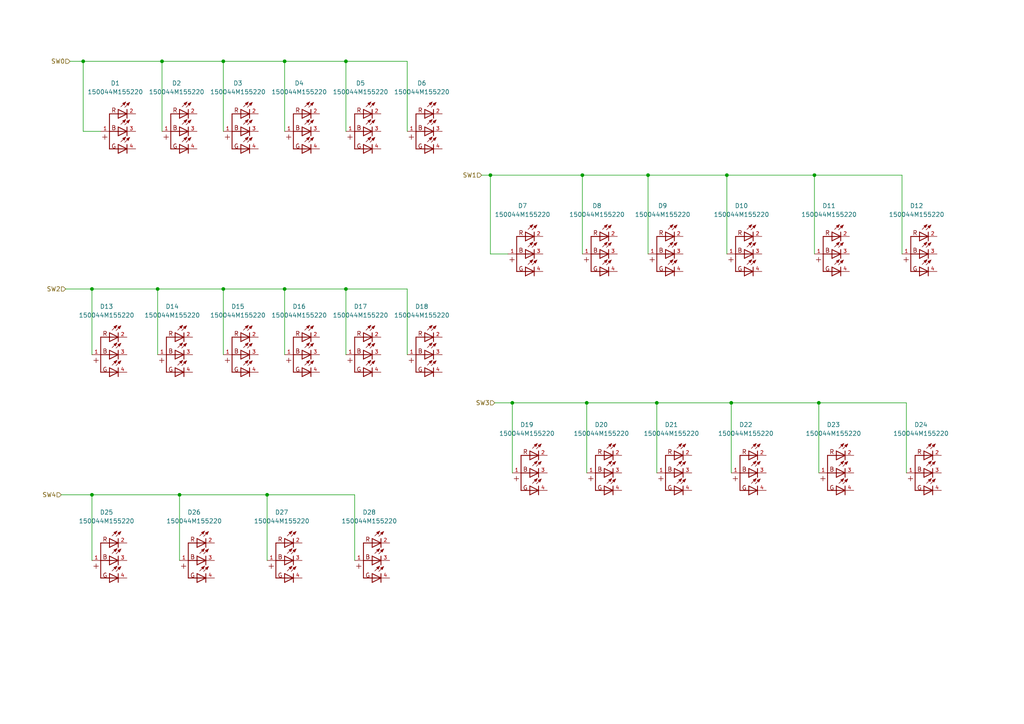
<source format=kicad_sch>
(kicad_sch (version 20231120) (generator "eeschema") (generator_version "8.0")
  (paper "A4")
  (lib_symbols
    (symbol "Hourglass_symbol_library:150044M155220" (pin_names (offset 1.016))
      (property "Reference" "D" (at 0 9.652 0))
      (property "Value" "150044M155220" (at 0 -8.128 0))
      (symbol "150044M155220_0_0"
        (polyline (pts (xy -2.54 -5.08) (xy -2.54 0)) (stroke (width 0.254)))
        (polyline (pts (xy -2.54 0) (xy -2.54 5.08)) (stroke (width 0.254)))
        (polyline (pts (xy -2.54 5.08) (xy 0 5.08)) (stroke (width 0.254)))
        (polyline (pts (xy 0 -6.35) (xy 0 -5.08)) (stroke (width 0.254)))
        (polyline (pts (xy 0 -6.35) (xy 2.54 -5.08)) (stroke (width 0.254)))
        (polyline (pts (xy 0 -5.08) (xy -2.54 -5.08)) (stroke (width 0.254)))
        (polyline (pts (xy 0 -5.08) (xy 0 -3.81)) (stroke (width 0.254)))
        (polyline (pts (xy 0 -1.27) (xy 0 0)) (stroke (width 0.254)))
        (polyline (pts (xy 0 -1.27) (xy 2.54 0)) (stroke (width 0.254)))
        (polyline (pts (xy 0 0) (xy -2.54 0)) (stroke (width 0.254)))
        (polyline (pts (xy 0 0) (xy 0 1.27)) (stroke (width 0.254)))
        (polyline (pts (xy 0 3.81) (xy 0 5.08)) (stroke (width 0.254)))
        (polyline (pts (xy 0 3.81) (xy 2.54 5.08)) (stroke (width 0.254)))
        (polyline (pts (xy 0 5.08) (xy 0 6.35)) (stroke (width 0.254)))
        (polyline (pts (xy 0.762 -3.048) (xy 2.159 -1.651)) (stroke (width 0.1524)))
        (polyline (pts (xy 0.762 2.032) (xy 2.159 3.429)) (stroke (width 0.1524)))
        (polyline (pts (xy 0.762 7.112) (xy 2.159 8.509)) (stroke (width 0.1524)))
        (polyline (pts (xy 1.905 -3.175) (xy 3.302 -1.778)) (stroke (width 0.1524)))
        (polyline (pts (xy 1.905 1.905) (xy 3.302 3.302)) (stroke (width 0.1524)))
        (polyline (pts (xy 1.905 6.985) (xy 3.302 8.382)) (stroke (width 0.1524)))
        (polyline (pts (xy 2.54 -6.35) (xy 2.54 -5.08)) (stroke (width 0.254)))
        (polyline (pts (xy 2.54 -5.08) (xy 0 -5.08)) (stroke (width 0.254)))
        (polyline (pts (xy 2.54 -5.08) (xy 0 -3.81)) (stroke (width 0.254)))
        (polyline (pts (xy 2.54 -5.08) (xy 2.54 -3.81)) (stroke (width 0.254)))
        (polyline (pts (xy 2.54 -1.27) (xy 2.54 0)) (stroke (width 0.254)))
        (polyline (pts (xy 2.54 0) (xy 0 0)) (stroke (width 0.254)))
        (polyline (pts (xy 2.54 0) (xy 0 1.27)) (stroke (width 0.254)))
        (polyline (pts (xy 2.54 0) (xy 2.54 1.27)) (stroke (width 0.254)))
        (polyline (pts (xy 2.54 3.81) (xy 2.54 5.08)) (stroke (width 0.254)))
        (polyline (pts (xy 2.54 5.08) (xy 0 5.08)) (stroke (width 0.254)))
        (polyline (pts (xy 2.54 5.08) (xy 0 6.35)) (stroke (width 0.254)))
        (polyline (pts (xy 2.54 5.08) (xy 2.54 6.35)) (stroke (width 0.254)))
        (polyline (pts (xy 2.159 -1.651) (xy 1.27 -2.032) (xy 1.778 -2.54) (xy 2.159 -1.651)) (stroke (width 0.1524)) (fill (type outline)))
        (polyline (pts (xy 2.159 3.429) (xy 1.27 3.048) (xy 1.778 2.54) (xy 2.159 3.429)) (stroke (width 0.1524)) (fill (type outline)))
        (polyline (pts (xy 2.159 8.509) (xy 1.27 8.128) (xy 1.778 7.62) (xy 2.159 8.509)) (stroke (width 0.1524)) (fill (type outline)))
        (polyline (pts (xy 3.302 -1.778) (xy 2.413 -2.159) (xy 2.921 -2.667) (xy 3.302 -1.778)) (stroke (width 0.1524)) (fill (type outline)))
        (polyline (pts (xy 3.302 3.302) (xy 2.413 2.921) (xy 2.921 2.413) (xy 3.302 3.302)) (stroke (width 0.1524)) (fill (type outline)))
        (polyline (pts (xy 3.302 8.382) (xy 2.413 8.001) (xy 2.921 7.493) (xy 3.302 8.382)) (stroke (width 0.1524)) (fill (type outline)))
        (text "+" (at -5.08 -1.524 0) (effects (font (size 1.778 1.778)) (justify left)))
        (text "B" (at -2.032 1.016 0) (effects (font (size 1.27 1.27)) (justify left)))
        (text "G" (at -2.032 -4.318 0) (effects (font (size 1.27 1.27)) (justify left)))
        (text "R" (at -2.032 6.096 0) (effects (font (size 1.27 1.27)) (justify left)))
        (pin passive line (at -5.08 0 0) (length 2.54) (name "~") (number "1"))
        (pin passive line (at 5.08 5.08 180) (length 2.54) (name "~") (number "2"))
        (pin passive line (at 5.08 0 180) (length 2.54) (name "~") (number "3"))
        (pin passive line (at 5.08 -5.08 180) (length 2.54) (name "~") (number "4"))
      )
    )
  )
  (junction (at 212.09 116.84))
  (junction (at 45.72 83.82))
  (junction (at 236.22 50.8))
  (junction (at 64.77 17.78))
  (junction (at 82.55 83.82))
  (junction (at 46.99 17.78))
  (junction (at 168.91 50.8))
  (junction (at 77.47 143.51))
  (junction (at 24.13 17.78))
  (junction (at 52.07 143.51))
  (junction (at 82.55 17.78))
  (junction (at 100.33 17.78))
  (junction (at 190.5 116.84))
  (junction (at 100.33 83.82))
  (junction (at 237.49 116.84))
  (junction (at 26.67 143.51))
  (junction (at 170.18 116.84))
  (junction (at 64.77 83.82))
  (junction (at 210.82 50.8))
  (junction (at 26.67 83.82))
  (junction (at 148.59 116.84))
  (junction (at 187.96 50.8))
  (junction (at 142.24 50.8))
  (wire (pts (xy 148.59 116.84) (xy 143.51 116.84)))
  (wire (pts (xy 118.11 38.1) (xy 118.11 17.78)))
  (wire (pts (xy 237.49 137.16) (xy 237.49 116.84)))
  (wire (pts (xy 212.09 137.16) (xy 212.09 116.84)))
  (wire (pts (xy 139.7 50.8) (xy 142.24 50.8)))
  (wire (pts (xy 168.91 50.8) (xy 142.24 50.8)))
  (wire (pts (xy 19.05 83.82) (xy 26.67 83.82)))
  (wire (pts (xy 64.77 17.78) (xy 46.99 17.78)))
  (wire (pts (xy 26.67 143.51) (xy 17.78 143.51)))
  (wire (pts (xy 64.77 83.82) (xy 45.72 83.82)))
  (wire (pts (xy 102.87 162.56) (xy 102.87 143.51)))
  (wire (pts (xy 118.11 83.82) (xy 100.33 83.82)))
  (wire (pts (xy 210.82 50.8) (xy 187.96 50.8)))
  (wire (pts (xy 148.59 116.84) (xy 148.59 137.16)))
  (wire (pts (xy 100.33 17.78) (xy 82.55 17.78)))
  (wire (pts (xy 102.87 143.51) (xy 77.47 143.51)))
  (wire (pts (xy 118.11 17.78) (xy 100.33 17.78)))
  (wire (pts (xy 118.11 102.87) (xy 118.11 83.82)))
  (wire (pts (xy 170.18 116.84) (xy 148.59 116.84)))
  (wire (pts (xy 45.72 102.87) (xy 45.72 83.82)))
  (wire (pts (xy 20.32 17.78) (xy 24.13 17.78)))
  (wire (pts (xy 24.13 38.1) (xy 29.21 38.1)))
  (wire (pts (xy 77.47 143.51) (xy 52.07 143.51)))
  (wire (pts (xy 261.62 50.8) (xy 236.22 50.8)))
  (wire (pts (xy 45.72 83.82) (xy 26.67 83.82)))
  (wire (pts (xy 212.09 116.84) (xy 190.5 116.84)))
  (wire (pts (xy 26.67 83.82) (xy 26.67 102.87)))
  (wire (pts (xy 64.77 102.87) (xy 64.77 83.82)))
  (wire (pts (xy 236.22 73.66) (xy 236.22 50.8)))
  (wire (pts (xy 210.82 73.66) (xy 210.82 50.8)))
  (wire (pts (xy 82.55 38.1) (xy 82.55 17.78)))
  (wire (pts (xy 187.96 50.8) (xy 168.91 50.8)))
  (wire (pts (xy 170.18 137.16) (xy 170.18 116.84)))
  (wire (pts (xy 24.13 17.78) (xy 46.99 17.78)))
  (wire (pts (xy 142.24 73.66) (xy 147.32 73.66)))
  (wire (pts (xy 100.33 102.87) (xy 100.33 83.82)))
  (wire (pts (xy 142.24 50.8) (xy 142.24 73.66)))
  (wire (pts (xy 52.07 143.51) (xy 26.67 143.51)))
  (wire (pts (xy 168.91 73.66) (xy 168.91 50.8)))
  (wire (pts (xy 24.13 38.1) (xy 24.13 17.78)))
  (wire (pts (xy 82.55 83.82) (xy 64.77 83.82)))
  (wire (pts (xy 46.99 38.1) (xy 46.99 17.78)))
  (wire (pts (xy 100.33 83.82) (xy 82.55 83.82)))
  (wire (pts (xy 52.07 162.56) (xy 52.07 143.51)))
  (wire (pts (xy 236.22 50.8) (xy 210.82 50.8)))
  (wire (pts (xy 237.49 116.84) (xy 212.09 116.84)))
  (wire (pts (xy 262.89 116.84) (xy 237.49 116.84)))
  (wire (pts (xy 261.62 73.66) (xy 261.62 50.8)))
  (wire (pts (xy 82.55 17.78) (xy 64.77 17.78)))
  (wire (pts (xy 190.5 116.84) (xy 170.18 116.84)))
  (wire (pts (xy 77.47 162.56) (xy 77.47 143.51)))
  (wire (pts (xy 100.33 38.1) (xy 100.33 17.78)))
  (wire (pts (xy 187.96 73.66) (xy 187.96 50.8)))
  (wire (pts (xy 82.55 102.87) (xy 82.55 83.82)))
  (wire (pts (xy 190.5 137.16) (xy 190.5 116.84)))
  (wire (pts (xy 262.89 137.16) (xy 262.89 116.84)))
  (wire (pts (xy 26.67 162.56) (xy 26.67 143.51)))
  (wire (pts (xy 64.77 38.1) (xy 64.77 17.78)))
  (hierarchical_label "SW4" (shape input) (at 17.78 143.51 180))
  (hierarchical_label "SW1" (shape input) (at 139.7 50.8 180))
  (hierarchical_label "SW0" (shape input) (at 20.32 17.78 180))
  (hierarchical_label "SW2" (shape input) (at 19.05 83.82 180))
  (hierarchical_label "SW3" (shape input) (at 143.51 116.84 180))
  (symbol (lib_id "Hourglass_symbol_library:150044M155220") (at 107.95 162.56 0) (unit 1)
    (property "Reference" "D28" (at 107.0991 148.59 0))
    (property "Value" "150044M155220" (at 107.0991 151.13 0))
    (property "Footprint" "Hourglass_footprint_library:150044M155220" (effects (hide yes)))
    (property "Description" "Multi-Color LEDs WL-SFCC 2/3V 120 deg Red, Green and Blue" (effects (hide yes)))
    (property "MF" "Wurth Elektronik" (effects (hide yes)))
    (property "Description_1" "SMT 0404 RGB Typ.(@5mA): 623/525/465 nm; 200/500/110 mcd; 2/3/3 V ; 120°" (effects (hide yes)))
    (property "Package" "None" (effects (hide yes)))
    (property "Price" "None" (effects (hide yes)))
    (property "SnapEDA_Link" "https://www.snapeda.com/parts/150044M155220/Wurth+Electronics/view-part/?ref=snap" (effects (hide yes)))
    (property "MP" "150044M155220" (effects (hide yes)))
    (property "Availability" "Not in stock" (effects (hide yes)))
    (property "Check_prices" "https://www.snapeda.com/parts/150044M155220/Wurth+Electronics/view-part/?ref=eda" (effects (hide yes)))
  )
  (symbol (lib_id "Hourglass_symbol_library:150044M155220") (at 242.57 137.16 0) (unit 1)
    (property "Reference" "D23" (at 241.7191 123.19 0))
    (property "Value" "150044M155220" (at 241.7191 125.73 0))
    (property "Footprint" "Hourglass_footprint_library:150044M155220" (effects (hide yes)))
    (property "Description" "Multi-Color LEDs WL-SFCC 2/3V 120 deg Red, Green and Blue" (effects (hide yes)))
    (property "MF" "Wurth Elektronik" (effects (hide yes)))
    (property "Description_1" "SMT 0404 RGB Typ.(@5mA): 623/525/465 nm; 200/500/110 mcd; 2/3/3 V ; 120°" (effects (hide yes)))
    (property "Package" "None" (effects (hide yes)))
    (property "Price" "None" (effects (hide yes)))
    (property "SnapEDA_Link" "https://www.snapeda.com/parts/150044M155220/Wurth+Electronics/view-part/?ref=snap" (effects (hide yes)))
    (property "MP" "150044M155220" (effects (hide yes)))
    (property "Availability" "Not in stock" (effects (hide yes)))
    (property "Check_prices" "https://www.snapeda.com/parts/150044M155220/Wurth+Electronics/view-part/?ref=eda" (effects (hide yes)))
  )
  (symbol (lib_id "Hourglass_symbol_library:150044M155220") (at 52.07 38.1 0) (unit 1)
    (property "Reference" "D2" (at 51.2191 24.13 0))
    (property "Value" "150044M155220" (at 51.2191 26.67 0))
    (property "Footprint" "Hourglass_footprint_library:150044M155220" (effects (hide yes)))
    (property "Description" "Multi-Color LEDs WL-SFCC 2/3V 120 deg Red, Green and Blue" (effects (hide yes)))
    (property "MF" "Wurth Elektronik" (effects (hide yes)))
    (property "Description_1" "SMT 0404 RGB Typ.(@5mA): 623/525/465 nm; 200/500/110 mcd; 2/3/3 V ; 120°" (effects (hide yes)))
    (property "Package" "None" (effects (hide yes)))
    (property "Price" "None" (effects (hide yes)))
    (property "SnapEDA_Link" "https://www.snapeda.com/parts/150044M155220/Wurth+Electronics/view-part/?ref=snap" (effects (hide yes)))
    (property "MP" "150044M155220" (effects (hide yes)))
    (property "Availability" "Not in stock" (effects (hide yes)))
    (property "Check_prices" "https://www.snapeda.com/parts/150044M155220/Wurth+Electronics/view-part/?ref=eda" (effects (hide yes)))
  )
  (symbol (lib_id "Hourglass_symbol_library:150044M155220") (at 123.19 38.1 0) (unit 1)
    (property "Reference" "D6" (at 122.3391 24.13 0))
    (property "Value" "150044M155220" (at 122.3391 26.67 0))
    (property "Footprint" "Hourglass_footprint_library:150044M155220" (effects (hide yes)))
    (property "Description" "Multi-Color LEDs WL-SFCC 2/3V 120 deg Red, Green and Blue" (effects (hide yes)))
    (property "MF" "Wurth Elektronik" (effects (hide yes)))
    (property "Description_1" "SMT 0404 RGB Typ.(@5mA): 623/525/465 nm; 200/500/110 mcd; 2/3/3 V ; 120°" (effects (hide yes)))
    (property "Package" "None" (effects (hide yes)))
    (property "Price" "None" (effects (hide yes)))
    (property "SnapEDA_Link" "https://www.snapeda.com/parts/150044M155220/Wurth+Electronics/view-part/?ref=snap" (effects (hide yes)))
    (property "MP" "150044M155220" (effects (hide yes)))
    (property "Availability" "Not in stock" (effects (hide yes)))
    (property "Check_prices" "https://www.snapeda.com/parts/150044M155220/Wurth+Electronics/view-part/?ref=eda" (effects (hide yes)))
  )
  (symbol (lib_id "Hourglass_symbol_library:150044M155220") (at 267.97 137.16 0) (unit 1)
    (property "Reference" "D24" (at 267.1191 123.19 0))
    (property "Value" "150044M155220" (at 267.1191 125.73 0))
    (property "Footprint" "Hourglass_footprint_library:150044M155220" (effects (hide yes)))
    (property "Description" "Multi-Color LEDs WL-SFCC 2/3V 120 deg Red, Green and Blue" (effects (hide yes)))
    (property "MF" "Wurth Elektronik" (effects (hide yes)))
    (property "Description_1" "SMT 0404 RGB Typ.(@5mA): 623/525/465 nm; 200/500/110 mcd; 2/3/3 V ; 120°" (effects (hide yes)))
    (property "Package" "None" (effects (hide yes)))
    (property "Price" "None" (effects (hide yes)))
    (property "SnapEDA_Link" "https://www.snapeda.com/parts/150044M155220/Wurth+Electronics/view-part/?ref=snap" (effects (hide yes)))
    (property "MP" "150044M155220" (effects (hide yes)))
    (property "Availability" "Not in stock" (effects (hide yes)))
    (property "Check_prices" "https://www.snapeda.com/parts/150044M155220/Wurth+Electronics/view-part/?ref=eda" (effects (hide yes)))
  )
  (symbol (lib_id "Hourglass_symbol_library:150044M155220") (at 175.26 137.16 0) (unit 1)
    (property "Reference" "D20" (at 174.4091 123.19 0))
    (property "Value" "150044M155220" (at 174.4091 125.73 0))
    (property "Footprint" "Hourglass_footprint_library:150044M155220" (effects (hide yes)))
    (property "Description" "Multi-Color LEDs WL-SFCC 2/3V 120 deg Red, Green and Blue" (effects (hide yes)))
    (property "MF" "Wurth Elektronik" (effects (hide yes)))
    (property "Description_1" "SMT 0404 RGB Typ.(@5mA): 623/525/465 nm; 200/500/110 mcd; 2/3/3 V ; 120°" (effects (hide yes)))
    (property "Package" "None" (effects (hide yes)))
    (property "Price" "None" (effects (hide yes)))
    (property "SnapEDA_Link" "https://www.snapeda.com/parts/150044M155220/Wurth+Electronics/view-part/?ref=snap" (effects (hide yes)))
    (property "MP" "150044M155220" (effects (hide yes)))
    (property "Availability" "Not in stock" (effects (hide yes)))
    (property "Check_prices" "https://www.snapeda.com/parts/150044M155220/Wurth+Electronics/view-part/?ref=eda" (effects (hide yes)))
  )
  (symbol (lib_id "Hourglass_symbol_library:150044M155220") (at 69.85 38.1 0) (unit 1)
    (property "Reference" "D3" (at 68.9991 24.13 0))
    (property "Value" "150044M155220" (at 68.9991 26.67 0))
    (property "Footprint" "Hourglass_footprint_library:150044M155220" (effects (hide yes)))
    (property "Description" "Multi-Color LEDs WL-SFCC 2/3V 120 deg Red, Green and Blue" (effects (hide yes)))
    (property "MF" "Wurth Elektronik" (effects (hide yes)))
    (property "Description_1" "SMT 0404 RGB Typ.(@5mA): 623/525/465 nm; 200/500/110 mcd; 2/3/3 V ; 120°" (effects (hide yes)))
    (property "Package" "None" (effects (hide yes)))
    (property "Price" "None" (effects (hide yes)))
    (property "SnapEDA_Link" "https://www.snapeda.com/parts/150044M155220/Wurth+Electronics/view-part/?ref=snap" (effects (hide yes)))
    (property "MP" "150044M155220" (effects (hide yes)))
    (property "Availability" "Not in stock" (effects (hide yes)))
    (property "Check_prices" "https://www.snapeda.com/parts/150044M155220/Wurth+Electronics/view-part/?ref=eda" (effects (hide yes)))
  )
  (symbol (lib_id "Hourglass_symbol_library:150044M155220") (at 195.58 137.16 0) (unit 1)
    (property "Reference" "D21" (at 194.7291 123.19 0))
    (property "Value" "150044M155220" (at 194.7291 125.73 0))
    (property "Footprint" "Hourglass_footprint_library:150044M155220" (effects (hide yes)))
    (property "Description" "Multi-Color LEDs WL-SFCC 2/3V 120 deg Red, Green and Blue" (effects (hide yes)))
    (property "MF" "Wurth Elektronik" (effects (hide yes)))
    (property "Description_1" "SMT 0404 RGB Typ.(@5mA): 623/525/465 nm; 200/500/110 mcd; 2/3/3 V ; 120°" (effects (hide yes)))
    (property "Package" "None" (effects (hide yes)))
    (property "Price" "None" (effects (hide yes)))
    (property "SnapEDA_Link" "https://www.snapeda.com/parts/150044M155220/Wurth+Electronics/view-part/?ref=snap" (effects (hide yes)))
    (property "MP" "150044M155220" (effects (hide yes)))
    (property "Availability" "Not in stock" (effects (hide yes)))
    (property "Check_prices" "https://www.snapeda.com/parts/150044M155220/Wurth+Electronics/view-part/?ref=eda" (effects (hide yes)))
  )
  (symbol (lib_id "Hourglass_symbol_library:150044M155220") (at 31.75 102.87 0) (unit 1)
    (property "Reference" "D13" (at 30.8991 88.9 0))
    (property "Value" "150044M155220" (at 30.8991 91.44 0))
    (property "Footprint" "Hourglass_footprint_library:150044M155220" (effects (hide yes)))
    (property "Description" "Multi-Color LEDs WL-SFCC 2/3V 120 deg Red, Green and Blue" (effects (hide yes)))
    (property "MF" "Wurth Elektronik" (effects (hide yes)))
    (property "Description_1" "SMT 0404 RGB Typ.(@5mA): 623/525/465 nm; 200/500/110 mcd; 2/3/3 V ; 120°" (effects (hide yes)))
    (property "Package" "None" (effects (hide yes)))
    (property "Price" "None" (effects (hide yes)))
    (property "SnapEDA_Link" "https://www.snapeda.com/parts/150044M155220/Wurth+Electronics/view-part/?ref=snap" (effects (hide yes)))
    (property "MP" "150044M155220" (effects (hide yes)))
    (property "Availability" "Not in stock" (effects (hide yes)))
    (property "Check_prices" "https://www.snapeda.com/parts/150044M155220/Wurth+Electronics/view-part/?ref=eda" (effects (hide yes)))
  )
  (symbol (lib_id "Hourglass_symbol_library:150044M155220") (at 34.29 38.1 0) (unit 1)
    (property "Reference" "D1" (at 33.4391 24.13 0))
    (property "Value" "150044M155220" (at 33.4391 26.67 0))
    (property "Footprint" "Hourglass_footprint_library:150044M155220" (effects (hide yes)))
    (property "Description" "Multi-Color LEDs WL-SFCC 2/3V 120 deg Red, Green and Blue" (effects (hide yes)))
    (property "MF" "Wurth Elektronik" (effects (hide yes)))
    (property "Description_1" "SMT 0404 RGB Typ.(@5mA): 623/525/465 nm; 200/500/110 mcd; 2/3/3 V ; 120°" (effects (hide yes)))
    (property "Package" "None" (effects (hide yes)))
    (property "Price" "None" (effects (hide yes)))
    (property "SnapEDA_Link" "https://www.snapeda.com/parts/150044M155220/Wurth+Electronics/view-part/?ref=snap" (effects (hide yes)))
    (property "MP" "150044M155220" (effects (hide yes)))
    (property "Availability" "Not in stock" (effects (hide yes)))
    (property "Check_prices" "https://www.snapeda.com/parts/150044M155220/Wurth+Electronics/view-part/?ref=eda" (effects (hide yes)))
  )
  (symbol (lib_id "Hourglass_symbol_library:150044M155220") (at 152.4 73.66 0) (unit 1)
    (property "Reference" "D7" (at 151.5491 59.69 0))
    (property "Value" "150044M155220" (at 151.5491 62.23 0))
    (property "Footprint" "Hourglass_footprint_library:150044M155220" (effects (hide yes)))
    (property "Description" "Multi-Color LEDs WL-SFCC 2/3V 120 deg Red, Green and Blue" (effects (hide yes)))
    (property "MF" "Wurth Elektronik" (effects (hide yes)))
    (property "Description_1" "SMT 0404 RGB Typ.(@5mA): 623/525/465 nm; 200/500/110 mcd; 2/3/3 V ; 120°" (effects (hide yes)))
    (property "Package" "None" (effects (hide yes)))
    (property "Price" "None" (effects (hide yes)))
    (property "SnapEDA_Link" "https://www.snapeda.com/parts/150044M155220/Wurth+Electronics/view-part/?ref=snap" (effects (hide yes)))
    (property "MP" "150044M155220" (effects (hide yes)))
    (property "Availability" "Not in stock" (effects (hide yes)))
    (property "Check_prices" "https://www.snapeda.com/parts/150044M155220/Wurth+Electronics/view-part/?ref=eda" (effects (hide yes)))
  )
  (symbol (lib_id "Hourglass_symbol_library:150044M155220") (at 217.17 137.16 0) (unit 1)
    (property "Reference" "D22" (at 216.3191 123.19 0))
    (property "Value" "150044M155220" (at 216.3191 125.73 0))
    (property "Footprint" "Hourglass_footprint_library:150044M155220" (effects (hide yes)))
    (property "Description" "Multi-Color LEDs WL-SFCC 2/3V 120 deg Red, Green and Blue" (effects (hide yes)))
    (property "MF" "Wurth Elektronik" (effects (hide yes)))
    (property "Description_1" "SMT 0404 RGB Typ.(@5mA): 623/525/465 nm; 200/500/110 mcd; 2/3/3 V ; 120°" (effects (hide yes)))
    (property "Package" "None" (effects (hide yes)))
    (property "Price" "None" (effects (hide yes)))
    (property "SnapEDA_Link" "https://www.snapeda.com/parts/150044M155220/Wurth+Electronics/view-part/?ref=snap" (effects (hide yes)))
    (property "MP" "150044M155220" (effects (hide yes)))
    (property "Availability" "Not in stock" (effects (hide yes)))
    (property "Check_prices" "https://www.snapeda.com/parts/150044M155220/Wurth+Electronics/view-part/?ref=eda" (effects (hide yes)))
  )
  (symbol (lib_id "Hourglass_symbol_library:150044M155220") (at 193.04 73.66 0) (unit 1)
    (property "Reference" "D9" (at 192.1891 59.69 0))
    (property "Value" "150044M155220" (at 192.1891 62.23 0))
    (property "Footprint" "Hourglass_footprint_library:150044M155220" (effects (hide yes)))
    (property "Description" "Multi-Color LEDs WL-SFCC 2/3V 120 deg Red, Green and Blue" (effects (hide yes)))
    (property "MF" "Wurth Elektronik" (effects (hide yes)))
    (property "Description_1" "SMT 0404 RGB Typ.(@5mA): 623/525/465 nm; 200/500/110 mcd; 2/3/3 V ; 120°" (effects (hide yes)))
    (property "Package" "None" (effects (hide yes)))
    (property "Price" "None" (effects (hide yes)))
    (property "SnapEDA_Link" "https://www.snapeda.com/parts/150044M155220/Wurth+Electronics/view-part/?ref=snap" (effects (hide yes)))
    (property "MP" "150044M155220" (effects (hide yes)))
    (property "Availability" "Not in stock" (effects (hide yes)))
    (property "Check_prices" "https://www.snapeda.com/parts/150044M155220/Wurth+Electronics/view-part/?ref=eda" (effects (hide yes)))
  )
  (symbol (lib_id "Hourglass_symbol_library:150044M155220") (at 31.75 162.56 0) (unit 1)
    (property "Reference" "D25" (at 30.8991 148.59 0))
    (property "Value" "150044M155220" (at 30.8991 151.13 0))
    (property "Footprint" "Hourglass_footprint_library:150044M155220" (effects (hide yes)))
    (property "Description" "Multi-Color LEDs WL-SFCC 2/3V 120 deg Red, Green and Blue" (effects (hide yes)))
    (property "MF" "Wurth Elektronik" (effects (hide yes)))
    (property "Description_1" "SMT 0404 RGB Typ.(@5mA): 623/525/465 nm; 200/500/110 mcd; 2/3/3 V ; 120°" (effects (hide yes)))
    (property "Package" "None" (effects (hide yes)))
    (property "Price" "None" (effects (hide yes)))
    (property "SnapEDA_Link" "https://www.snapeda.com/parts/150044M155220/Wurth+Electronics/view-part/?ref=snap" (effects (hide yes)))
    (property "MP" "150044M155220" (effects (hide yes)))
    (property "Availability" "Not in stock" (effects (hide yes)))
    (property "Check_prices" "https://www.snapeda.com/parts/150044M155220/Wurth+Electronics/view-part/?ref=eda" (effects (hide yes)))
  )
  (symbol (lib_id "Hourglass_symbol_library:150044M155220") (at 105.41 38.1 0) (unit 1)
    (property "Reference" "D5" (at 104.5591 24.13 0))
    (property "Value" "150044M155220" (at 104.5591 26.67 0))
    (property "Footprint" "Hourglass_footprint_library:150044M155220" (effects (hide yes)))
    (property "Description" "Multi-Color LEDs WL-SFCC 2/3V 120 deg Red, Green and Blue" (effects (hide yes)))
    (property "MF" "Wurth Elektronik" (effects (hide yes)))
    (property "Description_1" "SMT 0404 RGB Typ.(@5mA): 623/525/465 nm; 200/500/110 mcd; 2/3/3 V ; 120°" (effects (hide yes)))
    (property "Package" "None" (effects (hide yes)))
    (property "Price" "None" (effects (hide yes)))
    (property "SnapEDA_Link" "https://www.snapeda.com/parts/150044M155220/Wurth+Electronics/view-part/?ref=snap" (effects (hide yes)))
    (property "MP" "150044M155220" (effects (hide yes)))
    (property "Availability" "Not in stock" (effects (hide yes)))
    (property "Check_prices" "https://www.snapeda.com/parts/150044M155220/Wurth+Electronics/view-part/?ref=eda" (effects (hide yes)))
  )
  (symbol (lib_id "Hourglass_symbol_library:150044M155220") (at 57.15 162.56 0) (unit 1)
    (property "Reference" "D26" (at 56.2991 148.59 0))
    (property "Value" "150044M155220" (at 56.2991 151.13 0))
    (property "Footprint" "Hourglass_footprint_library:150044M155220" (effects (hide yes)))
    (property "Description" "Multi-Color LEDs WL-SFCC 2/3V 120 deg Red, Green and Blue" (effects (hide yes)))
    (property "MF" "Wurth Elektronik" (effects (hide yes)))
    (property "Description_1" "SMT 0404 RGB Typ.(@5mA): 623/525/465 nm; 200/500/110 mcd; 2/3/3 V ; 120°" (effects (hide yes)))
    (property "Package" "None" (effects (hide yes)))
    (property "Price" "None" (effects (hide yes)))
    (property "SnapEDA_Link" "https://www.snapeda.com/parts/150044M155220/Wurth+Electronics/view-part/?ref=snap" (effects (hide yes)))
    (property "MP" "150044M155220" (effects (hide yes)))
    (property "Availability" "Not in stock" (effects (hide yes)))
    (property "Check_prices" "https://www.snapeda.com/parts/150044M155220/Wurth+Electronics/view-part/?ref=eda" (effects (hide yes)))
  )
  (symbol (lib_id "Hourglass_symbol_library:150044M155220") (at 50.8 102.87 0) (unit 1)
    (property "Reference" "D14" (at 49.9491 88.9 0))
    (property "Value" "150044M155220" (at 49.9491 91.44 0))
    (property "Footprint" "Hourglass_footprint_library:150044M155220" (effects (hide yes)))
    (property "Description" "Multi-Color LEDs WL-SFCC 2/3V 120 deg Red, Green and Blue" (effects (hide yes)))
    (property "MF" "Wurth Elektronik" (effects (hide yes)))
    (property "Description_1" "SMT 0404 RGB Typ.(@5mA): 623/525/465 nm; 200/500/110 mcd; 2/3/3 V ; 120°" (effects (hide yes)))
    (property "Package" "None" (effects (hide yes)))
    (property "Price" "None" (effects (hide yes)))
    (property "SnapEDA_Link" "https://www.snapeda.com/parts/150044M155220/Wurth+Electronics/view-part/?ref=snap" (effects (hide yes)))
    (property "MP" "150044M155220" (effects (hide yes)))
    (property "Availability" "Not in stock" (effects (hide yes)))
    (property "Check_prices" "https://www.snapeda.com/parts/150044M155220/Wurth+Electronics/view-part/?ref=eda" (effects (hide yes)))
  )
  (symbol (lib_id "Hourglass_symbol_library:150044M155220") (at 266.7 73.66 0) (unit 1)
    (property "Reference" "D12" (at 265.8491 59.69 0))
    (property "Value" "150044M155220" (at 265.8491 62.23 0))
    (property "Footprint" "Hourglass_footprint_library:150044M155220" (effects (hide yes)))
    (property "Description" "Multi-Color LEDs WL-SFCC 2/3V 120 deg Red, Green and Blue" (effects (hide yes)))
    (property "MF" "Wurth Elektronik" (effects (hide yes)))
    (property "Description_1" "SMT 0404 RGB Typ.(@5mA): 623/525/465 nm; 200/500/110 mcd; 2/3/3 V ; 120°" (effects (hide yes)))
    (property "Package" "None" (effects (hide yes)))
    (property "Price" "None" (effects (hide yes)))
    (property "SnapEDA_Link" "https://www.snapeda.com/parts/150044M155220/Wurth+Electronics/view-part/?ref=snap" (effects (hide yes)))
    (property "MP" "150044M155220" (effects (hide yes)))
    (property "Availability" "Not in stock" (effects (hide yes)))
    (property "Check_prices" "https://www.snapeda.com/parts/150044M155220/Wurth+Electronics/view-part/?ref=eda" (effects (hide yes)))
  )
  (symbol (lib_id "Hourglass_symbol_library:150044M155220") (at 241.3 73.66 0) (unit 1)
    (property "Reference" "D11" (at 240.4491 59.69 0))
    (property "Value" "150044M155220" (at 240.4491 62.23 0))
    (property "Footprint" "Hourglass_footprint_library:150044M155220" (effects (hide yes)))
    (property "Description" "Multi-Color LEDs WL-SFCC 2/3V 120 deg Red, Green and Blue" (effects (hide yes)))
    (property "MF" "Wurth Elektronik" (effects (hide yes)))
    (property "Description_1" "SMT 0404 RGB Typ.(@5mA): 623/525/465 nm; 200/500/110 mcd; 2/3/3 V ; 120°" (effects (hide yes)))
    (property "Package" "None" (effects (hide yes)))
    (property "Price" "None" (effects (hide yes)))
    (property "SnapEDA_Link" "https://www.snapeda.com/parts/150044M155220/Wurth+Electronics/view-part/?ref=snap" (effects (hide yes)))
    (property "MP" "150044M155220" (effects (hide yes)))
    (property "Availability" "Not in stock" (effects (hide yes)))
    (property "Check_prices" "https://www.snapeda.com/parts/150044M155220/Wurth+Electronics/view-part/?ref=eda" (effects (hide yes)))
  )
  (symbol (lib_id "Hourglass_symbol_library:150044M155220") (at 153.67 137.16 0) (unit 1)
    (property "Reference" "D19" (at 152.8191 123.19 0))
    (property "Value" "150044M155220" (at 152.8191 125.73 0))
    (property "Footprint" "Hourglass_footprint_library:150044M155220" (effects (hide yes)))
    (property "Description" "Multi-Color LEDs WL-SFCC 2/3V 120 deg Red, Green and Blue" (effects (hide yes)))
    (property "MF" "Wurth Elektronik" (effects (hide yes)))
    (property "Description_1" "SMT 0404 RGB Typ.(@5mA): 623/525/465 nm; 200/500/110 mcd; 2/3/3 V ; 120°" (effects (hide yes)))
    (property "Package" "None" (effects (hide yes)))
    (property "Price" "None" (effects (hide yes)))
    (property "SnapEDA_Link" "https://www.snapeda.com/parts/150044M155220/Wurth+Electronics/view-part/?ref=snap" (effects (hide yes)))
    (property "MP" "150044M155220" (effects (hide yes)))
    (property "Availability" "Not in stock" (effects (hide yes)))
    (property "Check_prices" "https://www.snapeda.com/parts/150044M155220/Wurth+Electronics/view-part/?ref=eda" (effects (hide yes)))
  )
  (symbol (lib_id "Hourglass_symbol_library:150044M155220") (at 215.9 73.66 0) (unit 1)
    (property "Reference" "D10" (at 215.0491 59.69 0))
    (property "Value" "150044M155220" (at 215.0491 62.23 0))
    (property "Footprint" "Hourglass_footprint_library:150044M155220" (effects (hide yes)))
    (property "Description" "Multi-Color LEDs WL-SFCC 2/3V 120 deg Red, Green and Blue" (effects (hide yes)))
    (property "MF" "Wurth Elektronik" (effects (hide yes)))
    (property "Description_1" "SMT 0404 RGB Typ.(@5mA): 623/525/465 nm; 200/500/110 mcd; 2/3/3 V ; 120°" (effects (hide yes)))
    (property "Package" "None" (effects (hide yes)))
    (property "Price" "None" (effects (hide yes)))
    (property "SnapEDA_Link" "https://www.snapeda.com/parts/150044M155220/Wurth+Electronics/view-part/?ref=snap" (effects (hide yes)))
    (property "MP" "150044M155220" (effects (hide yes)))
    (property "Availability" "Not in stock" (effects (hide yes)))
    (property "Check_prices" "https://www.snapeda.com/parts/150044M155220/Wurth+Electronics/view-part/?ref=eda" (effects (hide yes)))
  )
  (symbol (lib_id "Hourglass_symbol_library:150044M155220") (at 123.19 102.87 0) (unit 1)
    (property "Reference" "D18" (at 122.3391 88.9 0))
    (property "Value" "150044M155220" (at 122.3391 91.44 0))
    (property "Footprint" "Hourglass_footprint_library:150044M155220" (effects (hide yes)))
    (property "Description" "Multi-Color LEDs WL-SFCC 2/3V 120 deg Red, Green and Blue" (effects (hide yes)))
    (property "MF" "Wurth Elektronik" (effects (hide yes)))
    (property "Description_1" "SMT 0404 RGB Typ.(@5mA): 623/525/465 nm; 200/500/110 mcd; 2/3/3 V ; 120°" (effects (hide yes)))
    (property "Package" "None" (effects (hide yes)))
    (property "Price" "None" (effects (hide yes)))
    (property "SnapEDA_Link" "https://www.snapeda.com/parts/150044M155220/Wurth+Electronics/view-part/?ref=snap" (effects (hide yes)))
    (property "MP" "150044M155220" (effects (hide yes)))
    (property "Availability" "Not in stock" (effects (hide yes)))
    (property "Check_prices" "https://www.snapeda.com/parts/150044M155220/Wurth+Electronics/view-part/?ref=eda" (effects (hide yes)))
  )
  (symbol (lib_id "Hourglass_symbol_library:150044M155220") (at 87.63 102.87 0) (unit 1)
    (property "Reference" "D16" (at 86.7791 88.9 0))
    (property "Value" "150044M155220" (at 86.7791 91.44 0))
    (property "Footprint" "Hourglass_footprint_library:150044M155220" (effects (hide yes)))
    (property "Description" "Multi-Color LEDs WL-SFCC 2/3V 120 deg Red, Green and Blue" (effects (hide yes)))
    (property "MF" "Wurth Elektronik" (effects (hide yes)))
    (property "Description_1" "SMT 0404 RGB Typ.(@5mA): 623/525/465 nm; 200/500/110 mcd; 2/3/3 V ; 120°" (effects (hide yes)))
    (property "Package" "None" (effects (hide yes)))
    (property "Price" "None" (effects (hide yes)))
    (property "SnapEDA_Link" "https://www.snapeda.com/parts/150044M155220/Wurth+Electronics/view-part/?ref=snap" (effects (hide yes)))
    (property "MP" "150044M155220" (effects (hide yes)))
    (property "Availability" "Not in stock" (effects (hide yes)))
    (property "Check_prices" "https://www.snapeda.com/parts/150044M155220/Wurth+Electronics/view-part/?ref=eda" (effects (hide yes)))
  )
  (symbol (lib_id "Hourglass_symbol_library:150044M155220") (at 87.63 38.1 0) (unit 1)
    (property "Reference" "D4" (at 86.7791 24.13 0))
    (property "Value" "150044M155220" (at 86.7791 26.67 0))
    (property "Footprint" "Hourglass_footprint_library:150044M155220" (effects (hide yes)))
    (property "Description" "Multi-Color LEDs WL-SFCC 2/3V 120 deg Red, Green and Blue" (effects (hide yes)))
    (property "MF" "Wurth Elektronik" (effects (hide yes)))
    (property "Description_1" "SMT 0404 RGB Typ.(@5mA): 623/525/465 nm; 200/500/110 mcd; 2/3/3 V ; 120°" (effects (hide yes)))
    (property "Package" "None" (effects (hide yes)))
    (property "Price" "None" (effects (hide yes)))
    (property "SnapEDA_Link" "https://www.snapeda.com/parts/150044M155220/Wurth+Electronics/view-part/?ref=snap" (effects (hide yes)))
    (property "MP" "150044M155220" (effects (hide yes)))
    (property "Availability" "Not in stock" (effects (hide yes)))
    (property "Check_prices" "https://www.snapeda.com/parts/150044M155220/Wurth+Electronics/view-part/?ref=eda" (effects (hide yes)))
  )
  (symbol (lib_id "Hourglass_symbol_library:150044M155220") (at 173.99 73.66 0) (unit 1)
    (property "Reference" "D8" (at 173.1391 59.69 0))
    (property "Value" "150044M155220" (at 173.1391 62.23 0))
    (property "Footprint" "Hourglass_footprint_library:150044M155220" (effects (hide yes)))
    (property "Description" "Multi-Color LEDs WL-SFCC 2/3V 120 deg Red, Green and Blue" (effects (hide yes)))
    (property "MF" "Wurth Elektronik" (effects (hide yes)))
    (property "Description_1" "SMT 0404 RGB Typ.(@5mA): 623/525/465 nm; 200/500/110 mcd; 2/3/3 V ; 120°" (effects (hide yes)))
    (property "Package" "None" (effects (hide yes)))
    (property "Price" "None" (effects (hide yes)))
    (property "SnapEDA_Link" "https://www.snapeda.com/parts/150044M155220/Wurth+Electronics/view-part/?ref=snap" (effects (hide yes)))
    (property "MP" "150044M155220" (effects (hide yes)))
    (property "Availability" "Not in stock" (effects (hide yes)))
    (property "Check_prices" "https://www.snapeda.com/parts/150044M155220/Wurth+Electronics/view-part/?ref=eda" (effects (hide yes)))
  )
  (symbol (lib_id "Hourglass_symbol_library:150044M155220") (at 105.41 102.87 0) (unit 1)
    (property "Reference" "D17" (at 104.5591 88.9 0))
    (property "Value" "150044M155220" (at 104.5591 91.44 0))
    (property "Footprint" "Hourglass_footprint_library:150044M155220" (effects (hide yes)))
    (property "Description" "Multi-Color LEDs WL-SFCC 2/3V 120 deg Red, Green and Blue" (effects (hide yes)))
    (property "MF" "Wurth Elektronik" (effects (hide yes)))
    (property "Description_1" "SMT 0404 RGB Typ.(@5mA): 623/525/465 nm; 200/500/110 mcd; 2/3/3 V ; 120°" (effects (hide yes)))
    (property "Package" "None" (effects (hide yes)))
    (property "Price" "None" (effects (hide yes)))
    (property "SnapEDA_Link" "https://www.snapeda.com/parts/150044M155220/Wurth+Electronics/view-part/?ref=snap" (effects (hide yes)))
    (property "MP" "150044M155220" (effects (hide yes)))
    (property "Availability" "Not in stock" (effects (hide yes)))
    (property "Check_prices" "https://www.snapeda.com/parts/150044M155220/Wurth+Electronics/view-part/?ref=eda" (effects (hide yes)))
  )
  (symbol (lib_id "Hourglass_symbol_library:150044M155220") (at 82.55 162.56 0) (unit 1)
    (property "Reference" "D27" (at 81.6991 148.59 0))
    (property "Value" "150044M155220" (at 81.6991 151.13 0))
    (property "Footprint" "Hourglass_footprint_library:150044M155220" (effects (hide yes)))
    (property "Description" "Multi-Color LEDs WL-SFCC 2/3V 120 deg Red, Green and Blue" (effects (hide yes)))
    (property "MF" "Wurth Elektronik" (effects (hide yes)))
    (property "Description_1" "SMT 0404 RGB Typ.(@5mA): 623/525/465 nm; 200/500/110 mcd; 2/3/3 V ; 120°" (effects (hide yes)))
    (property "Package" "None" (effects (hide yes)))
    (property "Price" "None" (effects (hide yes)))
    (property "SnapEDA_Link" "https://www.snapeda.com/parts/150044M155220/Wurth+Electronics/view-part/?ref=snap" (effects (hide yes)))
    (property "MP" "150044M155220" (effects (hide yes)))
    (property "Availability" "Not in stock" (effects (hide yes)))
    (property "Check_prices" "https://www.snapeda.com/parts/150044M155220/Wurth+Electronics/view-part/?ref=eda" (effects (hide yes)))
  )
  (symbol (lib_id "Hourglass_symbol_library:150044M155220") (at 69.85 102.87 0) (unit 1)
    (property "Reference" "D15" (at 68.9991 88.9 0))
    (property "Value" "150044M155220" (at 68.9991 91.44 0))
    (property "Footprint" "Hourglass_footprint_library:150044M155220" (effects (hide yes)))
    (property "Description" "Multi-Color LEDs WL-SFCC 2/3V 120 deg Red, Green and Blue" (effects (hide yes)))
    (property "MF" "Wurth Elektronik" (effects (hide yes)))
    (property "Description_1" "SMT 0404 RGB Typ.(@5mA): 623/525/465 nm; 200/500/110 mcd; 2/3/3 V ; 120°" (effects (hide yes)))
    (property "Package" "None" (effects (hide yes)))
    (property "Price" "None" (effects (hide yes)))
    (property "SnapEDA_Link" "https://www.snapeda.com/parts/150044M155220/Wurth+Electronics/view-part/?ref=snap" (effects (hide yes)))
    (property "MP" "150044M155220" (effects (hide yes)))
    (property "Availability" "Not in stock" (effects (hide yes)))
    (property "Check_prices" "https://www.snapeda.com/parts/150044M155220/Wurth+Electronics/view-part/?ref=eda" (effects (hide yes)))
  )
)
</source>
